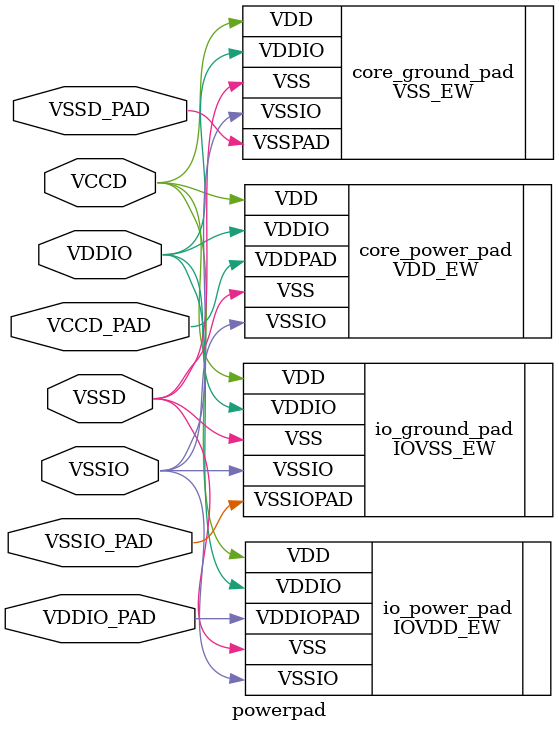
<source format=v>
module powerpad (
    inout VDDIO,
    inout VSSIO,
    inout VCCD,
    inout VSSD,
    inout VDDIO_PAD,
    inout VSSIO_PAD,
    inout VCCD_PAD,
    inout VSSD_PAD
);

    // I/O power pad
    IOVDD_EW io_power_pad(
        .VDDIOPAD(VDDIO_PAD),
        .VDDIO(VDDIO),
        .VSSIO(VSSIO),
        .VDD(VCCD),
        .VSS(VSSD)
        );

    // Core power pad
    VDD_EW core_power_pad(
        .VDDPAD(VCCD_PAD),
        .VDDIO(VDDIO),
        .VSSIO(VSSIO),
        .VDD(VCCD),
        .VSS(VSSD)
        );

    // I/O ground pad
    IOVSS_EW io_ground_pad(
        .VSSIOPAD(VSSIO_PAD),
        .VDDIO(VDDIO),
        .VSSIO(VSSIO),
        .VDD(VCCD),
        .VSS(VSSD)
        );

    // Core ground pad
    VSS_EW core_ground_pad(
        .VSSPAD(VSSD_PAD),
        .VDDIO(VDDIO),
        .VSSIO(VSSIO),
        .VDD(VCCD),
        .VSS(VSSD)
        );

endmodule
</source>
